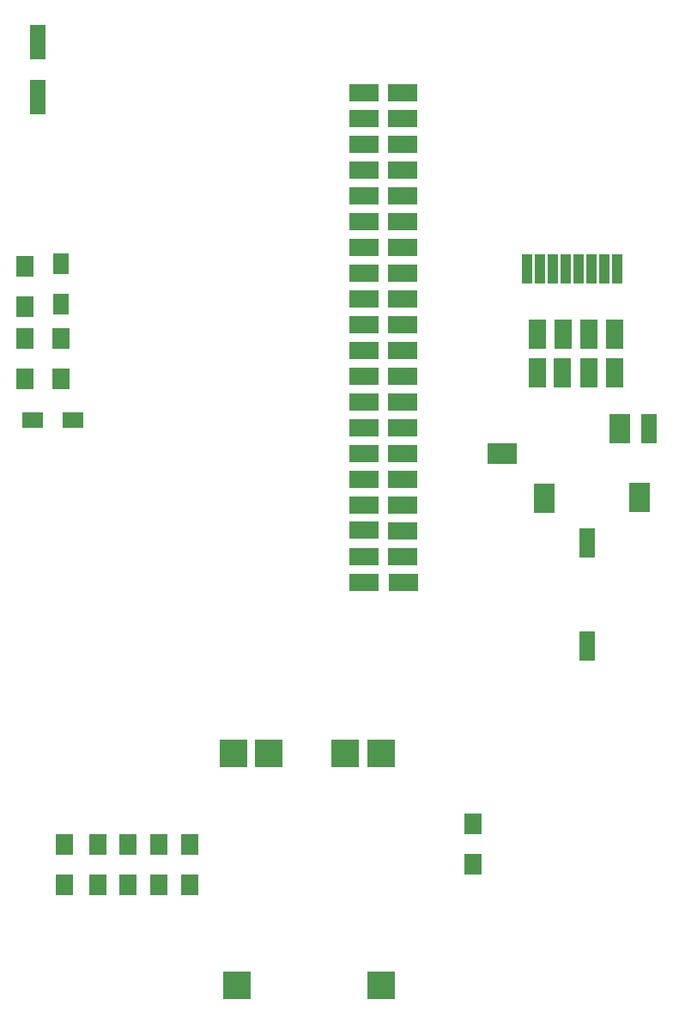
<source format=gbr>
G04 #@! TF.FileFunction,Paste,Bot*
%FSLAX46Y46*%
G04 Gerber Fmt 4.6, Leading zero omitted, Abs format (unit mm)*
G04 Created by KiCad (PCBNEW 4.0.4-stable) date 12/16/18 15:37:44*
%MOMM*%
%LPD*%
G01*
G04 APERTURE LIST*
%ADD10C,0.100000*%
%ADD11R,2.800000X2.800000*%
%ADD12R,3.000000X1.700000*%
%ADD13R,1.700000X2.000000*%
%ADD14R,1.600000X2.000000*%
%ADD15R,2.000000X1.600000*%
%ADD16R,1.600000X3.500000*%
%ADD17R,3.000000X2.000000*%
%ADD18R,2.000000X3.000000*%
%ADD19R,1.500000X3.000000*%
%ADD20R,1.700000X3.000000*%
%ADD21R,0.998220X3.000000*%
G04 APERTURE END LIST*
D10*
D11*
X98960000Y-149390000D03*
X106560000Y-149390000D03*
X95560000Y-149390000D03*
X110060000Y-149390000D03*
X95860000Y-172290000D03*
X110060000Y-172290000D03*
D12*
X108394500Y-132588000D03*
X112268000Y-132588000D03*
X108394500Y-130048000D03*
X112245000Y-130030000D03*
X108394500Y-127444500D03*
X112245000Y-127490000D03*
X108394500Y-124968000D03*
X112245000Y-124950000D03*
X108394500Y-122428000D03*
X112245000Y-122410000D03*
X108394500Y-119888000D03*
X112245000Y-119870000D03*
X108394500Y-117348000D03*
X112245000Y-117330000D03*
X108394500Y-114808000D03*
X112245000Y-114790000D03*
X108394500Y-112268000D03*
X112245000Y-112250000D03*
X108394500Y-109728000D03*
X112245000Y-109710000D03*
X108435000Y-107170000D03*
X112245000Y-107170000D03*
X108371500Y-104630000D03*
X112245000Y-104630000D03*
X108371500Y-102090000D03*
X112245000Y-102090000D03*
X108371500Y-99550000D03*
X112245000Y-99550000D03*
X108371500Y-97010000D03*
X112245000Y-97010000D03*
X108371500Y-94470000D03*
X112245000Y-94470000D03*
X108371500Y-91930000D03*
X112245000Y-91930000D03*
X108371500Y-89390000D03*
X112245000Y-89390000D03*
X108371500Y-86850000D03*
X112245000Y-86850000D03*
X108371500Y-84310000D03*
X112245000Y-84310000D03*
D13*
X78867000Y-162401000D03*
X78867000Y-158401000D03*
X82169000Y-162401000D03*
X82169000Y-158401000D03*
X85090000Y-162401000D03*
X85090000Y-158401000D03*
X88138000Y-162401000D03*
X88138000Y-158401000D03*
X91186000Y-162401000D03*
X91186000Y-158401000D03*
X119126000Y-160369000D03*
X119126000Y-156369000D03*
D14*
X78486000Y-101124000D03*
X78486000Y-105124000D03*
D15*
X75724000Y-116586000D03*
X79724000Y-116586000D03*
D16*
X76200000Y-84742000D03*
X76200000Y-79342000D03*
D13*
X74930000Y-112490000D03*
X74930000Y-108490000D03*
X78486000Y-108490000D03*
X78486000Y-112490000D03*
X74930000Y-101378000D03*
X74930000Y-105378000D03*
D17*
X122049000Y-119877000D03*
D18*
X126149000Y-124277000D03*
X135549000Y-124177000D03*
X133649000Y-117377000D03*
D19*
X136549000Y-117377000D03*
D20*
X133096000Y-111950500D03*
X133096000Y-108077000D03*
X130556000Y-111950500D03*
X130538000Y-108100000D03*
X127952500Y-111950500D03*
X127998000Y-108100000D03*
X125476000Y-111950500D03*
X125458000Y-108100000D03*
D21*
X124521000Y-101689000D03*
X125791000Y-101689000D03*
X127061000Y-101689000D03*
X133411000Y-101689000D03*
X132141000Y-101689000D03*
X130871000Y-101689000D03*
X129601000Y-101689000D03*
X128331000Y-101689000D03*
D19*
X130429000Y-128651000D03*
X130429000Y-138811000D03*
M02*

</source>
